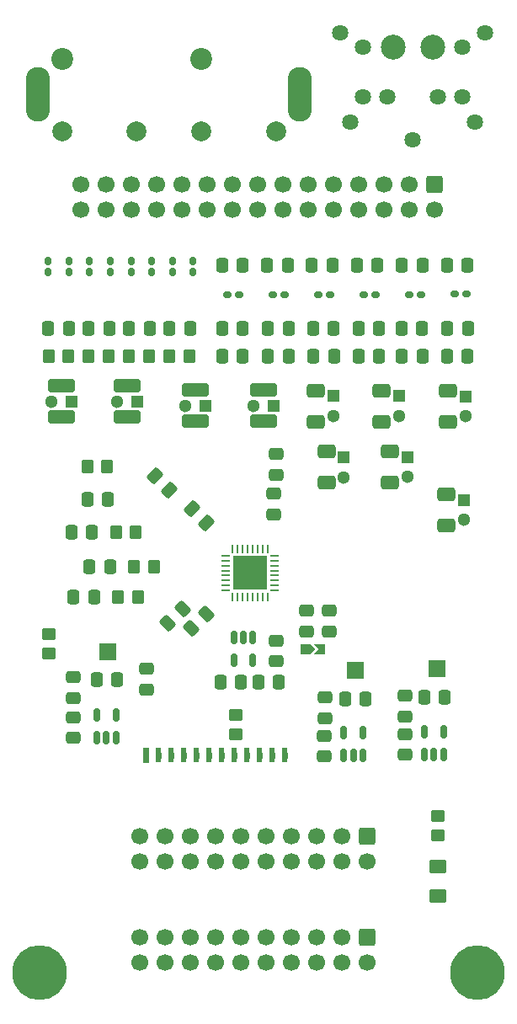
<source format=gbr>
%TF.GenerationSoftware,KiCad,Pcbnew,(6.0.11)*%
%TF.CreationDate,2023-02-04T17:29:26-05:00*%
%TF.ProjectId,tlv320aic3105_audio_board,746c7633-3230-4616-9963-333130355f61,rev?*%
%TF.SameCoordinates,Original*%
%TF.FileFunction,Soldermask,Top*%
%TF.FilePolarity,Negative*%
%FSLAX46Y46*%
G04 Gerber Fmt 4.6, Leading zero omitted, Abs format (unit mm)*
G04 Created by KiCad (PCBNEW (6.0.11)) date 2023-02-04 17:29:26*
%MOMM*%
%LPD*%
G01*
G04 APERTURE LIST*
G04 Aperture macros list*
%AMRoundRect*
0 Rectangle with rounded corners*
0 $1 Rounding radius*
0 $2 $3 $4 $5 $6 $7 $8 $9 X,Y pos of 4 corners*
0 Add a 4 corners polygon primitive as box body*
4,1,4,$2,$3,$4,$5,$6,$7,$8,$9,$2,$3,0*
0 Add four circle primitives for the rounded corners*
1,1,$1+$1,$2,$3*
1,1,$1+$1,$4,$5*
1,1,$1+$1,$6,$7*
1,1,$1+$1,$8,$9*
0 Add four rect primitives between the rounded corners*
20,1,$1+$1,$2,$3,$4,$5,0*
20,1,$1+$1,$4,$5,$6,$7,0*
20,1,$1+$1,$6,$7,$8,$9,0*
20,1,$1+$1,$8,$9,$2,$3,0*%
%AMFreePoly0*
4,1,6,0.500000,-0.500000,-0.650000,-0.500000,-0.150000,0.000000,-0.650000,0.500000,0.500000,0.500000,0.500000,-0.500000,0.500000,-0.500000,$1*%
%AMFreePoly1*
4,1,6,1.000000,0.000000,0.500000,-0.500000,-0.500000,-0.500000,-0.500000,0.500000,0.500000,0.500000,1.000000,0.000000,1.000000,0.000000,$1*%
G04 Aperture macros list end*
%ADD10C,0.010000*%
%ADD11RoundRect,0.250000X-0.350000X-0.450000X0.350000X-0.450000X0.350000X0.450000X-0.350000X0.450000X0*%
%ADD12RoundRect,0.250000X0.475000X-0.337500X0.475000X0.337500X-0.475000X0.337500X-0.475000X-0.337500X0*%
%ADD13RoundRect,0.250000X0.450000X-0.350000X0.450000X0.350000X-0.450000X0.350000X-0.450000X-0.350000X0*%
%ADD14RoundRect,0.250000X-0.337500X-0.475000X0.337500X-0.475000X0.337500X0.475000X-0.337500X0.475000X0*%
%ADD15RoundRect,0.250000X-0.600000X0.600000X-0.600000X-0.600000X0.600000X-0.600000X0.600000X0.600000X0*%
%ADD16C,1.700000*%
%ADD17RoundRect,0.160000X-0.160000X0.222500X-0.160000X-0.222500X0.160000X-0.222500X0.160000X0.222500X0*%
%ADD18R,3.500000X3.500000*%
%ADD19RoundRect,0.062500X0.337500X-0.062500X0.337500X0.062500X-0.337500X0.062500X-0.337500X-0.062500X0*%
%ADD20RoundRect,0.062500X0.062500X-0.337500X0.062500X0.337500X-0.062500X0.337500X-0.062500X-0.337500X0*%
%ADD21RoundRect,0.160000X-0.222500X-0.160000X0.222500X-0.160000X0.222500X0.160000X-0.222500X0.160000X0*%
%ADD22RoundRect,0.250000X0.337500X0.475000X-0.337500X0.475000X-0.337500X-0.475000X0.337500X-0.475000X0*%
%ADD23RoundRect,0.250000X-0.475000X0.337500X-0.475000X-0.337500X0.475000X-0.337500X0.475000X0.337500X0*%
%ADD24RoundRect,0.250000X-0.097227X0.574524X-0.574524X0.097227X0.097227X-0.574524X0.574524X-0.097227X0*%
%ADD25R,1.300000X1.300000*%
%ADD26RoundRect,0.250000X-0.650000X0.412500X-0.650000X-0.412500X0.650000X-0.412500X0.650000X0.412500X0*%
%ADD27C,1.300000*%
%ADD28RoundRect,0.250000X1.100000X-0.412500X1.100000X0.412500X-1.100000X0.412500X-1.100000X-0.412500X0*%
%ADD29RoundRect,0.150000X0.150000X-0.512500X0.150000X0.512500X-0.150000X0.512500X-0.150000X-0.512500X0*%
%ADD30R,1.700000X1.700000*%
%ADD31RoundRect,0.250000X0.350000X0.450000X-0.350000X0.450000X-0.350000X-0.450000X0.350000X-0.450000X0*%
%ADD32RoundRect,0.150000X-0.150000X0.512500X-0.150000X-0.512500X0.150000X-0.512500X0.150000X0.512500X0*%
%ADD33C,2.500000*%
%ADD34C,1.635000*%
%ADD35RoundRect,0.250000X-0.450000X0.350000X-0.450000X-0.350000X0.450000X-0.350000X0.450000X0.350000X0*%
%ADD36FreePoly0,0.000000*%
%ADD37FreePoly1,0.000000*%
%ADD38RoundRect,0.250000X-0.574524X-0.097227X-0.097227X-0.574524X0.574524X0.097227X0.097227X0.574524X0*%
%ADD39C,2.000000*%
%ADD40C,2.200000*%
%ADD41O,2.400000X5.500000*%
%ADD42RoundRect,0.250000X0.574524X0.097227X0.097227X0.574524X-0.574524X-0.097227X-0.097227X-0.574524X0*%
%ADD43C,5.500000*%
%ADD44R,0.504000X0.479000*%
%ADD45R,0.508000X0.508000*%
%ADD46R,0.508000X0.500000*%
%ADD47RoundRect,0.250001X-0.624999X0.462499X-0.624999X-0.462499X0.624999X-0.462499X0.624999X0.462499X0*%
G04 APERTURE END LIST*
%TO.C,GPIO3105*%
G36*
X100964500Y-95758000D02*
G01*
X100456500Y-95758000D01*
X100456500Y-95250000D01*
X100964500Y-95250000D01*
X100964500Y-95758000D01*
G37*
D10*
X100964500Y-95758000D02*
X100456500Y-95758000D01*
X100456500Y-95250000D01*
X100964500Y-95250000D01*
X100964500Y-95758000D01*
G36*
X102234500Y-95758000D02*
G01*
X101726500Y-95758000D01*
X101726500Y-95250000D01*
X102234500Y-95250000D01*
X102234500Y-95758000D01*
G37*
X102234500Y-95758000D02*
X101726500Y-95758000D01*
X101726500Y-95250000D01*
X102234500Y-95250000D01*
X102234500Y-95758000D01*
G36*
X97154500Y-95758000D02*
G01*
X96646500Y-95758000D01*
X96646500Y-95250000D01*
X97154500Y-95250000D01*
X97154500Y-95758000D01*
G37*
X97154500Y-95758000D02*
X96646500Y-95758000D01*
X96646500Y-95250000D01*
X97154500Y-95250000D01*
X97154500Y-95758000D01*
G36*
X93344500Y-95758000D02*
G01*
X92836500Y-95758000D01*
X92836500Y-95250000D01*
X93344500Y-95250000D01*
X93344500Y-95758000D01*
G37*
X93344500Y-95758000D02*
X92836500Y-95758000D01*
X92836500Y-95250000D01*
X93344500Y-95250000D01*
X93344500Y-95758000D01*
G36*
X94614500Y-95758000D02*
G01*
X94106500Y-95758000D01*
X94106500Y-95250000D01*
X94614500Y-95250000D01*
X94614500Y-95758000D01*
G37*
X94614500Y-95758000D02*
X94106500Y-95758000D01*
X94106500Y-95250000D01*
X94614500Y-95250000D01*
X94614500Y-95758000D01*
G36*
X98424500Y-95758000D02*
G01*
X97916500Y-95758000D01*
X97916500Y-95250000D01*
X98424500Y-95250000D01*
X98424500Y-95758000D01*
G37*
X98424500Y-95758000D02*
X97916500Y-95758000D01*
X97916500Y-95250000D01*
X98424500Y-95250000D01*
X98424500Y-95758000D01*
G36*
X92074500Y-96250000D02*
G01*
X91566500Y-96250000D01*
X91566500Y-94767000D01*
X92074500Y-94767000D01*
X92074500Y-96250000D01*
G37*
X92074500Y-96250000D02*
X91566500Y-96250000D01*
X91566500Y-94767000D01*
X92074500Y-94767000D01*
X92074500Y-96250000D01*
G36*
X99694500Y-95758000D02*
G01*
X99186500Y-95758000D01*
X99186500Y-95250000D01*
X99694500Y-95250000D01*
X99694500Y-95758000D01*
G37*
X99694500Y-95758000D02*
X99186500Y-95758000D01*
X99186500Y-95250000D01*
X99694500Y-95250000D01*
X99694500Y-95758000D01*
G36*
X103504500Y-95758000D02*
G01*
X102996500Y-95758000D01*
X102996500Y-95250000D01*
X103504500Y-95250000D01*
X103504500Y-95758000D01*
G37*
X103504500Y-95758000D02*
X102996500Y-95758000D01*
X102996500Y-95250000D01*
X103504500Y-95250000D01*
X103504500Y-95758000D01*
G36*
X104774500Y-95758000D02*
G01*
X104266500Y-95758000D01*
X104266500Y-95250000D01*
X104774500Y-95250000D01*
X104774500Y-95758000D01*
G37*
X104774500Y-95758000D02*
X104266500Y-95758000D01*
X104266500Y-95250000D01*
X104774500Y-95250000D01*
X104774500Y-95758000D01*
G36*
X106044500Y-95758000D02*
G01*
X105536500Y-95758000D01*
X105536500Y-95250000D01*
X106044500Y-95250000D01*
X106044500Y-95758000D01*
G37*
X106044500Y-95758000D02*
X105536500Y-95758000D01*
X105536500Y-95250000D01*
X106044500Y-95250000D01*
X106044500Y-95758000D01*
G36*
X95884500Y-95758000D02*
G01*
X95376500Y-95758000D01*
X95376500Y-95250000D01*
X95884500Y-95250000D01*
X95884500Y-95758000D01*
G37*
X95884500Y-95758000D02*
X95376500Y-95758000D01*
X95376500Y-95250000D01*
X95884500Y-95250000D01*
X95884500Y-95758000D01*
%TD*%
D11*
%TO.C,R13*%
X86054500Y-55372000D03*
X88054500Y-55372000D03*
%TD*%
D12*
%TO.C,T\u002AC7*%
X104902000Y-67331500D03*
X104902000Y-65256500D03*
%TD*%
D13*
%TO.C,R3*%
X82042000Y-85328000D03*
X82042000Y-83328000D03*
%TD*%
D14*
%TO.C,C21*%
X122080000Y-55390000D03*
X124155000Y-55390000D03*
%TD*%
D15*
%TO.C,XIA2*%
X114046000Y-103632000D03*
D16*
X114046000Y-106172000D03*
X111506000Y-103632000D03*
X111506000Y-106172000D03*
X108966000Y-103632000D03*
X108966000Y-106172000D03*
X106426000Y-103632000D03*
X106426000Y-106172000D03*
X103886000Y-103632000D03*
X103886000Y-106172000D03*
X101346000Y-103632000D03*
X101346000Y-106172000D03*
X98806000Y-103632000D03*
X98806000Y-106172000D03*
X96266000Y-103632000D03*
X96266000Y-106172000D03*
X93726000Y-103632000D03*
X93726000Y-106172000D03*
X91186000Y-103632000D03*
X91186000Y-106172000D03*
%TD*%
D17*
%TO.C,D34*%
X81980000Y-45807500D03*
X81980000Y-46952500D03*
%TD*%
D18*
%TO.C,U1*%
X102272000Y-77212000D03*
D19*
X99822000Y-78962000D03*
X99822000Y-78462000D03*
X99822000Y-77962000D03*
X99822000Y-77462000D03*
X99822000Y-76962000D03*
X99822000Y-76462000D03*
X99822000Y-75962000D03*
X99822000Y-75462000D03*
D20*
X100522000Y-74762000D03*
X101022000Y-74762000D03*
X101522000Y-74762000D03*
X102022000Y-74762000D03*
X102522000Y-74762000D03*
X103022000Y-74762000D03*
X103522000Y-74762000D03*
X104022000Y-74762000D03*
D19*
X104722000Y-75462000D03*
X104722000Y-75962000D03*
X104722000Y-76462000D03*
X104722000Y-76962000D03*
X104722000Y-77462000D03*
X104722000Y-77962000D03*
X104722000Y-78462000D03*
X104722000Y-78962000D03*
D20*
X104022000Y-79662000D03*
X103522000Y-79662000D03*
X103022000Y-79662000D03*
X102522000Y-79662000D03*
X102022000Y-79662000D03*
X101522000Y-79662000D03*
X101022000Y-79662000D03*
X100522000Y-79662000D03*
%TD*%
D17*
%TO.C,D29*%
X92387140Y-45807500D03*
X92387140Y-46952500D03*
%TD*%
D21*
%TO.C,D24*%
X109154164Y-49220000D03*
X110299164Y-49220000D03*
%TD*%
D12*
%TO.C,T\u002AC8*%
X104621000Y-71311000D03*
X104621000Y-69236000D03*
%TD*%
D21*
%TO.C,D22*%
X118303052Y-49220000D03*
X119448052Y-49220000D03*
%TD*%
D22*
%TO.C,T\u002AC3*%
X105177500Y-88138000D03*
X103102500Y-88138000D03*
%TD*%
D23*
%TO.C,T\u002AC10*%
X117840000Y-93392500D03*
X117840000Y-95467500D03*
%TD*%
D24*
%TO.C,T\u002AC5*%
X95475623Y-80800377D03*
X94008377Y-82267623D03*
%TD*%
D17*
%TO.C,D28*%
X94468568Y-45807500D03*
X94468568Y-46952500D03*
%TD*%
D21*
%TO.C,D26*%
X100005276Y-49220000D03*
X101150276Y-49220000D03*
%TD*%
D17*
%TO.C,D30*%
X90305712Y-45807500D03*
X90305712Y-46952500D03*
%TD*%
D25*
%TO.C,C4*%
X117275500Y-59400760D03*
D26*
X115525500Y-58850760D03*
D27*
X117275500Y-61400760D03*
D26*
X115525500Y-61975760D03*
%TD*%
D14*
%TO.C,R31*%
X122123000Y-52596000D03*
X124198000Y-52596000D03*
%TD*%
D22*
%TO.C,C17*%
X88188500Y-76575287D03*
X86113500Y-76575287D03*
%TD*%
D23*
%TO.C,T\u002AC13*%
X84534000Y-91702500D03*
X84534000Y-93777500D03*
%TD*%
D25*
%TO.C,C9*%
X90916000Y-59944240D03*
D28*
X89916000Y-61506740D03*
X89916000Y-58381740D03*
D27*
X88916000Y-59944240D03*
%TD*%
D14*
%TO.C,FB22*%
X117556100Y-46250000D03*
X119631100Y-46250000D03*
%TD*%
D12*
%TO.C,T\u002AC22*%
X109790000Y-91785000D03*
X109790000Y-89710000D03*
%TD*%
D29*
%TO.C,U21*%
X111710000Y-95557500D03*
X112660000Y-95557500D03*
X113610000Y-95557500D03*
X113610000Y-93282500D03*
X111710000Y-93282500D03*
%TD*%
D30*
%TO.C,PD3.3*%
X112880000Y-86960000D03*
%TD*%
D31*
%TO.C,R17*%
X92601000Y-76588145D03*
X90601000Y-76588145D03*
%TD*%
D17*
%TO.C,D32*%
X86142856Y-45807500D03*
X86142856Y-46952500D03*
%TD*%
D11*
%TO.C,R14*%
X84012000Y-55372000D03*
X82012000Y-55372000D03*
%TD*%
D17*
%TO.C,D31*%
X88224284Y-45807500D03*
X88224284Y-46952500D03*
%TD*%
D14*
%TO.C,R34*%
X108618000Y-52596000D03*
X110693000Y-52596000D03*
%TD*%
D21*
%TO.C,D23*%
X113728608Y-49220000D03*
X114873608Y-49220000D03*
%TD*%
D17*
%TO.C,D33*%
X84061428Y-45807500D03*
X84061428Y-46952500D03*
%TD*%
D14*
%TO.C,C23*%
X113190000Y-55390000D03*
X115265000Y-55390000D03*
%TD*%
D31*
%TO.C,R16*%
X90800000Y-73131429D03*
X88800000Y-73131429D03*
%TD*%
D23*
%TO.C,R29*%
X110236000Y-80983000D03*
X110236000Y-83058000D03*
%TD*%
D32*
%TO.C,U14*%
X102550000Y-83698500D03*
X101600000Y-83698500D03*
X100650000Y-83698500D03*
X100650000Y-85973500D03*
X102550000Y-85973500D03*
%TD*%
D26*
%TO.C,C5*%
X109960000Y-65020160D03*
D25*
X111710000Y-65570160D03*
D27*
X111710000Y-67570160D03*
D26*
X109960000Y-68145160D03*
%TD*%
D22*
%TO.C,C13*%
X88122000Y-52608000D03*
X86047000Y-52608000D03*
%TD*%
D12*
%TO.C,R27*%
X91862000Y-88921500D03*
X91862000Y-86846500D03*
%TD*%
D14*
%TO.C,FB23*%
X113029700Y-46250000D03*
X115104700Y-46250000D03*
%TD*%
D22*
%TO.C,C12*%
X92186000Y-52608000D03*
X90111000Y-52608000D03*
%TD*%
D14*
%TO.C,R33*%
X113190000Y-52596000D03*
X115265000Y-52596000D03*
%TD*%
D22*
%TO.C,C18*%
X86577500Y-79590000D03*
X84502500Y-79590000D03*
%TD*%
D33*
%TO.C,LINE_IO1*%
X116634900Y-24373900D03*
X120614900Y-24373900D03*
D34*
X118624900Y-33673900D03*
X111309900Y-22873900D03*
X125939900Y-22873900D03*
X121124900Y-29373900D03*
X116124900Y-29373900D03*
X123629900Y-24373900D03*
X123629900Y-29373900D03*
X113619900Y-29373900D03*
X112374900Y-31863900D03*
X124874900Y-31863900D03*
X113619900Y-24373900D03*
%TD*%
D14*
%TO.C,FB24*%
X108503300Y-46250000D03*
X110578300Y-46250000D03*
%TD*%
%TO.C,R32*%
X117508000Y-52596000D03*
X119583000Y-52596000D03*
%TD*%
D23*
%TO.C,R28*%
X107950000Y-81004500D03*
X107950000Y-83079500D03*
%TD*%
D22*
%TO.C,C15*%
X87988500Y-69831000D03*
X85913500Y-69831000D03*
%TD*%
D35*
%TO.C,R1*%
X121158000Y-101616000D03*
X121158000Y-103616000D03*
%TD*%
D21*
%TO.C,D25*%
X104579720Y-49220000D03*
X105724720Y-49220000D03*
%TD*%
D36*
%TO.C,PU_EN21*%
X109343584Y-84911854D03*
D37*
X107893584Y-84911854D03*
%TD*%
D22*
%TO.C,T\u002AC15*%
X88921500Y-87890000D03*
X86846500Y-87890000D03*
%TD*%
D14*
%TO.C,FB21*%
X122082500Y-46250000D03*
X124157500Y-46250000D03*
%TD*%
D12*
%TO.C,T\u002AC9*%
X84484000Y-89777500D03*
X84484000Y-87702500D03*
%TD*%
D14*
%TO.C,C26*%
X99474000Y-55390000D03*
X101549000Y-55390000D03*
%TD*%
D25*
%TO.C,C3*%
X118110000Y-65548000D03*
D26*
X116360000Y-64998000D03*
D27*
X118110000Y-67548000D03*
D26*
X116360000Y-68123000D03*
%TD*%
D14*
%TO.C,C22*%
X117529500Y-55390000D03*
X119604500Y-55390000D03*
%TD*%
D22*
%TO.C,C14*%
X84079500Y-52608000D03*
X82004500Y-52608000D03*
%TD*%
D14*
%TO.C,C25*%
X104067500Y-55390000D03*
X106142500Y-55390000D03*
%TD*%
D24*
%TO.C,T\u002AC6*%
X97853623Y-81326377D03*
X96386377Y-82793623D03*
%TD*%
D25*
%TO.C,C2*%
X123952000Y-59452000D03*
D26*
X122202000Y-58902000D03*
D27*
X123952000Y-61452000D03*
D26*
X122202000Y-62027000D03*
%TD*%
%TO.C,C1*%
X122027849Y-69316000D03*
D25*
X123777849Y-69866000D03*
D27*
X123777849Y-71866000D03*
D26*
X122027849Y-72441000D03*
%TD*%
D29*
%TO.C,U18*%
X86884000Y-93727500D03*
X87834000Y-93727500D03*
X88784000Y-93727500D03*
X88784000Y-91452500D03*
X86884000Y-91452500D03*
%TD*%
D38*
%TO.C,T\u002AC11*%
X92706377Y-67416377D03*
X94173623Y-68883623D03*
%TD*%
D14*
%TO.C,C20*%
X99292500Y-88138000D03*
X101367500Y-88138000D03*
%TD*%
D22*
%TO.C,C16*%
X86387500Y-73110000D03*
X84312500Y-73110000D03*
%TD*%
%TO.C,T\u002AC16*%
X121847500Y-89690000D03*
X119772500Y-89690000D03*
%TD*%
D14*
%TO.C,FB25*%
X103976900Y-46250000D03*
X106051900Y-46250000D03*
%TD*%
D23*
%TO.C,T\u002AC4*%
X104902000Y-84012000D03*
X104902000Y-86087000D03*
%TD*%
D22*
%TO.C,C11*%
X96250000Y-52608000D03*
X94175000Y-52608000D03*
%TD*%
D31*
%TO.C,R18*%
X90990000Y-79594287D03*
X88990000Y-79594287D03*
%TD*%
D25*
%TO.C,C6*%
X110671500Y-59401000D03*
D26*
X108921500Y-58851000D03*
D27*
X110671500Y-61401000D03*
D26*
X108921500Y-61976000D03*
%TD*%
D25*
%TO.C,C8*%
X97774000Y-60379080D03*
D28*
X96774000Y-61941580D03*
X96774000Y-58816580D03*
D27*
X95774000Y-60379080D03*
%TD*%
D11*
%TO.C,R11*%
X96191000Y-55372000D03*
X94191000Y-55372000D03*
%TD*%
D14*
%TO.C,FB26*%
X99450500Y-46250000D03*
X101525500Y-46250000D03*
%TD*%
D39*
%TO.C,RCA_IN1*%
X83374900Y-32790000D03*
X90874900Y-32790000D03*
D40*
X83374900Y-25540000D03*
D41*
X80974900Y-29040000D03*
D39*
X97374900Y-32790000D03*
X104874900Y-32790000D03*
D40*
X97374900Y-25540000D03*
D41*
X107274900Y-29040000D03*
%TD*%
D42*
%TO.C,T\u002AC12*%
X97903623Y-72203623D03*
X96436377Y-70736377D03*
%TD*%
D43*
%TO.C,board_outline1*%
X125124900Y-117350000D03*
X81124900Y-117350000D03*
%TD*%
D30*
%TO.C,P18*%
X87984000Y-85090000D03*
%TD*%
D14*
%TO.C,R35*%
X104067500Y-52596000D03*
X106142500Y-52596000D03*
%TD*%
%TO.C,R36*%
X99474000Y-52596000D03*
X101549000Y-52596000D03*
%TD*%
%TO.C,C24*%
X108639500Y-55390000D03*
X110714500Y-55390000D03*
%TD*%
D17*
%TO.C,D27*%
X96550000Y-45807500D03*
X96550000Y-46952500D03*
%TD*%
D15*
%TO.C,3105IO1*%
X120793000Y-38109500D03*
D16*
X120793000Y-40649500D03*
X118253000Y-38109500D03*
X118253000Y-40649500D03*
X115713000Y-38109500D03*
X115713000Y-40649500D03*
X113173000Y-38109500D03*
X113173000Y-40649500D03*
X110633000Y-38109500D03*
X110633000Y-40649500D03*
X108093000Y-38109500D03*
X108093000Y-40649500D03*
X105553000Y-38109500D03*
X105553000Y-40649500D03*
X103013000Y-38109500D03*
X103013000Y-40649500D03*
X100473000Y-38109500D03*
X100473000Y-40649500D03*
X97933000Y-38109500D03*
X97933000Y-40649500D03*
X95393000Y-38109500D03*
X95393000Y-40649500D03*
X92853000Y-38109500D03*
X92853000Y-40649500D03*
X90313000Y-38109500D03*
X90313000Y-40649500D03*
X87773000Y-38109500D03*
X87773000Y-40649500D03*
X85233000Y-38109500D03*
X85233000Y-40649500D03*
%TD*%
D14*
%TO.C,T\u002AC23*%
X111822500Y-89890000D03*
X113897500Y-89890000D03*
%TD*%
D29*
%TO.C,U33*%
X119824998Y-95444366D03*
X120774998Y-95444366D03*
X121724998Y-95444366D03*
X121724998Y-93169366D03*
X119824998Y-93169366D03*
%TD*%
D13*
%TO.C,R2*%
X100838000Y-93456000D03*
X100838000Y-91456000D03*
%TD*%
D30*
%TO.C,P33*%
X121060000Y-86810000D03*
%TD*%
D25*
%TO.C,C7*%
X104632000Y-60379080D03*
D28*
X103632000Y-61941580D03*
X103632000Y-58816580D03*
D27*
X102632000Y-60379080D03*
%TD*%
D12*
%TO.C,T\u002AC14*%
X117864998Y-91606866D03*
X117864998Y-89531866D03*
%TD*%
D44*
%TO.C,GPIO3105*%
X91818500Y-96018500D03*
D45*
X91820500Y-95004000D03*
D46*
X93090500Y-96008000D03*
D45*
X93090500Y-95004000D03*
D46*
X94360500Y-96008000D03*
D45*
X94360500Y-95004000D03*
D46*
X95630500Y-96008000D03*
D45*
X95630500Y-95004000D03*
D46*
X96900500Y-96008000D03*
D45*
X96900500Y-95004000D03*
D46*
X98170500Y-96008000D03*
D45*
X98170500Y-95004000D03*
D46*
X99440500Y-96008000D03*
D45*
X99440500Y-95004000D03*
D46*
X100710500Y-96008000D03*
D45*
X100710500Y-95004000D03*
D46*
X101980500Y-96008000D03*
D45*
X101980500Y-95004000D03*
D46*
X103250500Y-96008000D03*
D45*
X103250500Y-95004000D03*
D46*
X104520500Y-96008000D03*
D45*
X104520500Y-95004000D03*
D46*
X105790500Y-96008000D03*
D45*
X105790500Y-95004000D03*
%TD*%
D47*
%TO.C,D1*%
X121158000Y-106716500D03*
X121158000Y-109691500D03*
%TD*%
D23*
%TO.C,T\u002AC21*%
X109770000Y-93582500D03*
X109770000Y-95657500D03*
%TD*%
D15*
%TO.C,XIA1*%
X114046000Y-113792000D03*
D16*
X114046000Y-116332000D03*
X111506000Y-113792000D03*
X111506000Y-116332000D03*
X108966000Y-113792000D03*
X108966000Y-116332000D03*
X106426000Y-113792000D03*
X106426000Y-116332000D03*
X103886000Y-113792000D03*
X103886000Y-116332000D03*
X101346000Y-113792000D03*
X101346000Y-116332000D03*
X98806000Y-113792000D03*
X98806000Y-116332000D03*
X96266000Y-113792000D03*
X96266000Y-116332000D03*
X93726000Y-113792000D03*
X93726000Y-116332000D03*
X91186000Y-113792000D03*
X91186000Y-116332000D03*
%TD*%
D31*
%TO.C,R15*%
X87921000Y-66471000D03*
X85921000Y-66471000D03*
%TD*%
D11*
%TO.C,R12*%
X92118500Y-55372000D03*
X90118500Y-55372000D03*
%TD*%
D21*
%TO.C,D21*%
X122877500Y-49170000D03*
X124022500Y-49170000D03*
%TD*%
D25*
%TO.C,C10*%
X84312000Y-59944240D03*
D28*
X83312000Y-61506740D03*
D27*
X82312000Y-59944240D03*
D28*
X83312000Y-58381740D03*
%TD*%
M02*

</source>
